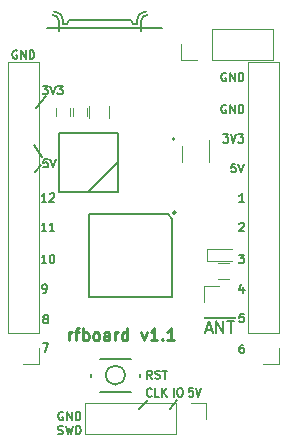
<source format=gbr>
G04 #@! TF.FileFunction,Legend,Top*
%FSLAX46Y46*%
G04 Gerber Fmt 4.6, Leading zero omitted, Abs format (unit mm)*
G04 Created by KiCad (PCBNEW 4.0.7-e2-6376~61~ubuntu18.04.1) date Sun Jul  8 15:07:32 2018*
%MOMM*%
%LPD*%
G01*
G04 APERTURE LIST*
%ADD10C,0.100000*%
%ADD11C,0.150000*%
%ADD12C,0.175000*%
%ADD13C,0.200000*%
%ADD14C,0.250000*%
%ADD15C,0.127000*%
%ADD16C,0.203200*%
%ADD17C,0.120000*%
G04 APERTURE END LIST*
D10*
D11*
X118416667Y-157516667D02*
X118183333Y-157183333D01*
X118016667Y-157516667D02*
X118016667Y-156816667D01*
X118283333Y-156816667D01*
X118350000Y-156850000D01*
X118383333Y-156883333D01*
X118416667Y-156950000D01*
X118416667Y-157050000D01*
X118383333Y-157116667D01*
X118350000Y-157150000D01*
X118283333Y-157183333D01*
X118016667Y-157183333D01*
X118683333Y-157483333D02*
X118783333Y-157516667D01*
X118950000Y-157516667D01*
X119016667Y-157483333D01*
X119050000Y-157450000D01*
X119083333Y-157383333D01*
X119083333Y-157316667D01*
X119050000Y-157250000D01*
X119016667Y-157216667D01*
X118950000Y-157183333D01*
X118816667Y-157150000D01*
X118750000Y-157116667D01*
X118716667Y-157083333D01*
X118683333Y-157016667D01*
X118683333Y-156950000D01*
X118716667Y-156883333D01*
X118750000Y-156850000D01*
X118816667Y-156816667D01*
X118983333Y-156816667D01*
X119083333Y-156850000D01*
X119283334Y-156816667D02*
X119683334Y-156816667D01*
X119483334Y-157516667D02*
X119483334Y-156816667D01*
D12*
X109466666Y-142516667D02*
X109066666Y-142516667D01*
X109266666Y-142516667D02*
X109266666Y-141816667D01*
X109200000Y-141916667D01*
X109133333Y-141983333D01*
X109066666Y-142016667D01*
X109733333Y-141883333D02*
X109766667Y-141850000D01*
X109833333Y-141816667D01*
X110000000Y-141816667D01*
X110066667Y-141850000D01*
X110100000Y-141883333D01*
X110133333Y-141950000D01*
X110133333Y-142016667D01*
X110100000Y-142116667D01*
X109700000Y-142516667D01*
X110133333Y-142516667D01*
X109466666Y-145016667D02*
X109066666Y-145016667D01*
X109266666Y-145016667D02*
X109266666Y-144316667D01*
X109200000Y-144416667D01*
X109133333Y-144483333D01*
X109066666Y-144516667D01*
X110133333Y-145016667D02*
X109733333Y-145016667D01*
X109933333Y-145016667D02*
X109933333Y-144316667D01*
X109866667Y-144416667D01*
X109800000Y-144483333D01*
X109733333Y-144516667D01*
X109466666Y-147716667D02*
X109066666Y-147716667D01*
X109266666Y-147716667D02*
X109266666Y-147016667D01*
X109200000Y-147116667D01*
X109133333Y-147183333D01*
X109066666Y-147216667D01*
X109900000Y-147016667D02*
X109966667Y-147016667D01*
X110033333Y-147050000D01*
X110066667Y-147083333D01*
X110100000Y-147150000D01*
X110133333Y-147283333D01*
X110133333Y-147450000D01*
X110100000Y-147583333D01*
X110066667Y-147650000D01*
X110033333Y-147683333D01*
X109966667Y-147716667D01*
X109900000Y-147716667D01*
X109833333Y-147683333D01*
X109800000Y-147650000D01*
X109766667Y-147583333D01*
X109733333Y-147450000D01*
X109733333Y-147283333D01*
X109766667Y-147150000D01*
X109800000Y-147083333D01*
X109833333Y-147050000D01*
X109900000Y-147016667D01*
X109166667Y-150216667D02*
X109300000Y-150216667D01*
X109366667Y-150183333D01*
X109400000Y-150150000D01*
X109466667Y-150050000D01*
X109500000Y-149916667D01*
X109500000Y-149650000D01*
X109466667Y-149583333D01*
X109433334Y-149550000D01*
X109366667Y-149516667D01*
X109233334Y-149516667D01*
X109166667Y-149550000D01*
X109133334Y-149583333D01*
X109100000Y-149650000D01*
X109100000Y-149816667D01*
X109133334Y-149883333D01*
X109166667Y-149916667D01*
X109233334Y-149950000D01*
X109366667Y-149950000D01*
X109433334Y-149916667D01*
X109466667Y-149883333D01*
X109500000Y-149816667D01*
X109333334Y-152416667D02*
X109266667Y-152383333D01*
X109233334Y-152350000D01*
X109200000Y-152283333D01*
X109200000Y-152250000D01*
X109233334Y-152183333D01*
X109266667Y-152150000D01*
X109333334Y-152116667D01*
X109466667Y-152116667D01*
X109533334Y-152150000D01*
X109566667Y-152183333D01*
X109600000Y-152250000D01*
X109600000Y-152283333D01*
X109566667Y-152350000D01*
X109533334Y-152383333D01*
X109466667Y-152416667D01*
X109333334Y-152416667D01*
X109266667Y-152450000D01*
X109233334Y-152483333D01*
X109200000Y-152550000D01*
X109200000Y-152683333D01*
X109233334Y-152750000D01*
X109266667Y-152783333D01*
X109333334Y-152816667D01*
X109466667Y-152816667D01*
X109533334Y-152783333D01*
X109566667Y-152750000D01*
X109600000Y-152683333D01*
X109600000Y-152550000D01*
X109566667Y-152483333D01*
X109533334Y-152450000D01*
X109466667Y-152416667D01*
X109166667Y-154516667D02*
X109633334Y-154516667D01*
X109333334Y-155216667D01*
D13*
X109000000Y-139400000D02*
X108500000Y-140000000D01*
X108400000Y-137700000D02*
X109100000Y-138700000D01*
X109400000Y-133600000D02*
X108600000Y-134600000D01*
D11*
X124666667Y-134350000D02*
X124600001Y-134316667D01*
X124500001Y-134316667D01*
X124400001Y-134350000D01*
X124333334Y-134416667D01*
X124300001Y-134483333D01*
X124266667Y-134616667D01*
X124266667Y-134716667D01*
X124300001Y-134850000D01*
X124333334Y-134916667D01*
X124400001Y-134983333D01*
X124500001Y-135016667D01*
X124566667Y-135016667D01*
X124666667Y-134983333D01*
X124700001Y-134950000D01*
X124700001Y-134716667D01*
X124566667Y-134716667D01*
X125000001Y-135016667D02*
X125000001Y-134316667D01*
X125400001Y-135016667D01*
X125400001Y-134316667D01*
X125733334Y-135016667D02*
X125733334Y-134316667D01*
X125900000Y-134316667D01*
X126000000Y-134350000D01*
X126066667Y-134416667D01*
X126100000Y-134483333D01*
X126133334Y-134616667D01*
X126133334Y-134716667D01*
X126100000Y-134850000D01*
X126066667Y-134916667D01*
X126000000Y-134983333D01*
X125900000Y-135016667D01*
X125733334Y-135016667D01*
D13*
X119900000Y-160100000D02*
X120500000Y-159300000D01*
X117300000Y-160100000D02*
X118100000Y-159300000D01*
D14*
X111371428Y-154252381D02*
X111371428Y-153585714D01*
X111371428Y-153776190D02*
X111419047Y-153680952D01*
X111466666Y-153633333D01*
X111561904Y-153585714D01*
X111657143Y-153585714D01*
X111847619Y-153585714D02*
X112228571Y-153585714D01*
X111990476Y-154252381D02*
X111990476Y-153395238D01*
X112038095Y-153300000D01*
X112133333Y-153252381D01*
X112228571Y-153252381D01*
X112561905Y-154252381D02*
X112561905Y-153252381D01*
X112561905Y-153633333D02*
X112657143Y-153585714D01*
X112847620Y-153585714D01*
X112942858Y-153633333D01*
X112990477Y-153680952D01*
X113038096Y-153776190D01*
X113038096Y-154061905D01*
X112990477Y-154157143D01*
X112942858Y-154204762D01*
X112847620Y-154252381D01*
X112657143Y-154252381D01*
X112561905Y-154204762D01*
X113609524Y-154252381D02*
X113514286Y-154204762D01*
X113466667Y-154157143D01*
X113419048Y-154061905D01*
X113419048Y-153776190D01*
X113466667Y-153680952D01*
X113514286Y-153633333D01*
X113609524Y-153585714D01*
X113752382Y-153585714D01*
X113847620Y-153633333D01*
X113895239Y-153680952D01*
X113942858Y-153776190D01*
X113942858Y-154061905D01*
X113895239Y-154157143D01*
X113847620Y-154204762D01*
X113752382Y-154252381D01*
X113609524Y-154252381D01*
X114800001Y-154252381D02*
X114800001Y-153728571D01*
X114752382Y-153633333D01*
X114657144Y-153585714D01*
X114466667Y-153585714D01*
X114371429Y-153633333D01*
X114800001Y-154204762D02*
X114704763Y-154252381D01*
X114466667Y-154252381D01*
X114371429Y-154204762D01*
X114323810Y-154109524D01*
X114323810Y-154014286D01*
X114371429Y-153919048D01*
X114466667Y-153871429D01*
X114704763Y-153871429D01*
X114800001Y-153823810D01*
X115276191Y-154252381D02*
X115276191Y-153585714D01*
X115276191Y-153776190D02*
X115323810Y-153680952D01*
X115371429Y-153633333D01*
X115466667Y-153585714D01*
X115561906Y-153585714D01*
X116323811Y-154252381D02*
X116323811Y-153252381D01*
X116323811Y-154204762D02*
X116228573Y-154252381D01*
X116038096Y-154252381D01*
X115942858Y-154204762D01*
X115895239Y-154157143D01*
X115847620Y-154061905D01*
X115847620Y-153776190D01*
X115895239Y-153680952D01*
X115942858Y-153633333D01*
X116038096Y-153585714D01*
X116228573Y-153585714D01*
X116323811Y-153633333D01*
X117466668Y-153585714D02*
X117704763Y-154252381D01*
X117942859Y-153585714D01*
X118847621Y-154252381D02*
X118276192Y-154252381D01*
X118561906Y-154252381D02*
X118561906Y-153252381D01*
X118466668Y-153395238D01*
X118371430Y-153490476D01*
X118276192Y-153538095D01*
X119276192Y-154157143D02*
X119323811Y-154204762D01*
X119276192Y-154252381D01*
X119228573Y-154204762D01*
X119276192Y-154157143D01*
X119276192Y-154252381D01*
X120276192Y-154252381D02*
X119704763Y-154252381D01*
X119990477Y-154252381D02*
X119990477Y-153252381D01*
X119895239Y-153395238D01*
X119800001Y-153490476D01*
X119704763Y-153538095D01*
D11*
X126133334Y-154616667D02*
X126000000Y-154616667D01*
X125933334Y-154650000D01*
X125900000Y-154683333D01*
X125833334Y-154783333D01*
X125800000Y-154916667D01*
X125800000Y-155183333D01*
X125833334Y-155250000D01*
X125866667Y-155283333D01*
X125933334Y-155316667D01*
X126066667Y-155316667D01*
X126133334Y-155283333D01*
X126166667Y-155250000D01*
X126200000Y-155183333D01*
X126200000Y-155016667D01*
X126166667Y-154950000D01*
X126133334Y-154916667D01*
X126066667Y-154883333D01*
X125933334Y-154883333D01*
X125866667Y-154916667D01*
X125833334Y-154950000D01*
X125800000Y-155016667D01*
X126166667Y-152016667D02*
X125833334Y-152016667D01*
X125800000Y-152350000D01*
X125833334Y-152316667D01*
X125900000Y-152283333D01*
X126066667Y-152283333D01*
X126133334Y-152316667D01*
X126166667Y-152350000D01*
X126200000Y-152416667D01*
X126200000Y-152583333D01*
X126166667Y-152650000D01*
X126133334Y-152683333D01*
X126066667Y-152716667D01*
X125900000Y-152716667D01*
X125833334Y-152683333D01*
X125800000Y-152650000D01*
X126133334Y-149750000D02*
X126133334Y-150216667D01*
X125966667Y-149483333D02*
X125800000Y-149983333D01*
X126233334Y-149983333D01*
X125766667Y-147016667D02*
X126200000Y-147016667D01*
X125966667Y-147283333D01*
X126066667Y-147283333D01*
X126133334Y-147316667D01*
X126166667Y-147350000D01*
X126200000Y-147416667D01*
X126200000Y-147583333D01*
X126166667Y-147650000D01*
X126133334Y-147683333D01*
X126066667Y-147716667D01*
X125866667Y-147716667D01*
X125800000Y-147683333D01*
X125766667Y-147650000D01*
X125800000Y-144383333D02*
X125833334Y-144350000D01*
X125900000Y-144316667D01*
X126066667Y-144316667D01*
X126133334Y-144350000D01*
X126166667Y-144383333D01*
X126200000Y-144450000D01*
X126200000Y-144516667D01*
X126166667Y-144616667D01*
X125766667Y-145016667D01*
X126200000Y-145016667D01*
X126200000Y-142516667D02*
X125800000Y-142516667D01*
X126000000Y-142516667D02*
X126000000Y-141816667D01*
X125933334Y-141916667D01*
X125866667Y-141983333D01*
X125800000Y-142016667D01*
D12*
X110450000Y-162183333D02*
X110550000Y-162216667D01*
X110716667Y-162216667D01*
X110783334Y-162183333D01*
X110816667Y-162150000D01*
X110850000Y-162083333D01*
X110850000Y-162016667D01*
X110816667Y-161950000D01*
X110783334Y-161916667D01*
X110716667Y-161883333D01*
X110583334Y-161850000D01*
X110516667Y-161816667D01*
X110483334Y-161783333D01*
X110450000Y-161716667D01*
X110450000Y-161650000D01*
X110483334Y-161583333D01*
X110516667Y-161550000D01*
X110583334Y-161516667D01*
X110750000Y-161516667D01*
X110850000Y-161550000D01*
X111083334Y-161516667D02*
X111250001Y-162216667D01*
X111383334Y-161716667D01*
X111516667Y-162216667D01*
X111683334Y-161516667D01*
X111950001Y-162216667D02*
X111950001Y-161516667D01*
X112116667Y-161516667D01*
X112216667Y-161550000D01*
X112283334Y-161616667D01*
X112316667Y-161683333D01*
X112350001Y-161816667D01*
X112350001Y-161916667D01*
X112316667Y-162050000D01*
X112283334Y-162116667D01*
X112216667Y-162183333D01*
X112116667Y-162216667D01*
X111950001Y-162216667D01*
D11*
X121866667Y-158316667D02*
X121533334Y-158316667D01*
X121500000Y-158650000D01*
X121533334Y-158616667D01*
X121600000Y-158583333D01*
X121766667Y-158583333D01*
X121833334Y-158616667D01*
X121866667Y-158650000D01*
X121900000Y-158716667D01*
X121900000Y-158883333D01*
X121866667Y-158950000D01*
X121833334Y-158983333D01*
X121766667Y-159016667D01*
X121600000Y-159016667D01*
X121533334Y-158983333D01*
X121500000Y-158950000D01*
X122100001Y-158316667D02*
X122333334Y-159016667D01*
X122566667Y-158316667D01*
X120233334Y-159016667D02*
X120233334Y-158316667D01*
X120700000Y-158316667D02*
X120833333Y-158316667D01*
X120900000Y-158350000D01*
X120966667Y-158416667D01*
X121000000Y-158550000D01*
X121000000Y-158783333D01*
X120966667Y-158916667D01*
X120900000Y-158983333D01*
X120833333Y-159016667D01*
X120700000Y-159016667D01*
X120633333Y-158983333D01*
X120566667Y-158916667D01*
X120533333Y-158783333D01*
X120533333Y-158550000D01*
X120566667Y-158416667D01*
X120633333Y-158350000D01*
X120700000Y-158316667D01*
X118383334Y-158950000D02*
X118350000Y-158983333D01*
X118250000Y-159016667D01*
X118183334Y-159016667D01*
X118083334Y-158983333D01*
X118016667Y-158916667D01*
X117983334Y-158850000D01*
X117950000Y-158716667D01*
X117950000Y-158616667D01*
X117983334Y-158483333D01*
X118016667Y-158416667D01*
X118083334Y-158350000D01*
X118183334Y-158316667D01*
X118250000Y-158316667D01*
X118350000Y-158350000D01*
X118383334Y-158383333D01*
X119016667Y-159016667D02*
X118683334Y-159016667D01*
X118683334Y-158316667D01*
X119250001Y-159016667D02*
X119250001Y-158316667D01*
X119650001Y-159016667D02*
X119350001Y-158616667D01*
X119650001Y-158316667D02*
X119250001Y-158716667D01*
X110866667Y-160350000D02*
X110800001Y-160316667D01*
X110700001Y-160316667D01*
X110600001Y-160350000D01*
X110533334Y-160416667D01*
X110500001Y-160483333D01*
X110466667Y-160616667D01*
X110466667Y-160716667D01*
X110500001Y-160850000D01*
X110533334Y-160916667D01*
X110600001Y-160983333D01*
X110700001Y-161016667D01*
X110766667Y-161016667D01*
X110866667Y-160983333D01*
X110900001Y-160950000D01*
X110900001Y-160716667D01*
X110766667Y-160716667D01*
X111200001Y-161016667D02*
X111200001Y-160316667D01*
X111600001Y-161016667D01*
X111600001Y-160316667D01*
X111933334Y-161016667D02*
X111933334Y-160316667D01*
X112100000Y-160316667D01*
X112200000Y-160350000D01*
X112266667Y-160416667D01*
X112300000Y-160483333D01*
X112333334Y-160616667D01*
X112333334Y-160716667D01*
X112300000Y-160850000D01*
X112266667Y-160916667D01*
X112200000Y-160983333D01*
X112100000Y-161016667D01*
X111933334Y-161016667D01*
D13*
X122957143Y-153366667D02*
X123433334Y-153366667D01*
X122861905Y-153652381D02*
X123195238Y-152652381D01*
X123528572Y-153652381D01*
X123861905Y-153652381D02*
X123861905Y-152652381D01*
X124433334Y-153652381D01*
X124433334Y-152652381D01*
X124766667Y-152652381D02*
X125338096Y-152652381D01*
X125052381Y-153652381D02*
X125052381Y-152652381D01*
D11*
X109566667Y-138916667D02*
X109233334Y-138916667D01*
X109200000Y-139250000D01*
X109233334Y-139216667D01*
X109300000Y-139183333D01*
X109466667Y-139183333D01*
X109533334Y-139216667D01*
X109566667Y-139250000D01*
X109600000Y-139316667D01*
X109600000Y-139483333D01*
X109566667Y-139550000D01*
X109533334Y-139583333D01*
X109466667Y-139616667D01*
X109300000Y-139616667D01*
X109233334Y-139583333D01*
X109200000Y-139550000D01*
X109800001Y-138916667D02*
X110033334Y-139616667D01*
X110266667Y-138916667D01*
X109133333Y-132716667D02*
X109566666Y-132716667D01*
X109333333Y-132983333D01*
X109433333Y-132983333D01*
X109500000Y-133016667D01*
X109533333Y-133050000D01*
X109566666Y-133116667D01*
X109566666Y-133283333D01*
X109533333Y-133350000D01*
X109500000Y-133383333D01*
X109433333Y-133416667D01*
X109233333Y-133416667D01*
X109166666Y-133383333D01*
X109133333Y-133350000D01*
X109766667Y-132716667D02*
X110000000Y-133416667D01*
X110233333Y-132716667D01*
X110400000Y-132716667D02*
X110833333Y-132716667D01*
X110600000Y-132983333D01*
X110700000Y-132983333D01*
X110766667Y-133016667D01*
X110800000Y-133050000D01*
X110833333Y-133116667D01*
X110833333Y-133283333D01*
X110800000Y-133350000D01*
X110766667Y-133383333D01*
X110700000Y-133416667D01*
X110500000Y-133416667D01*
X110433333Y-133383333D01*
X110400000Y-133350000D01*
X106966667Y-129750000D02*
X106900001Y-129716667D01*
X106800001Y-129716667D01*
X106700001Y-129750000D01*
X106633334Y-129816667D01*
X106600001Y-129883333D01*
X106566667Y-130016667D01*
X106566667Y-130116667D01*
X106600001Y-130250000D01*
X106633334Y-130316667D01*
X106700001Y-130383333D01*
X106800001Y-130416667D01*
X106866667Y-130416667D01*
X106966667Y-130383333D01*
X107000001Y-130350000D01*
X107000001Y-130116667D01*
X106866667Y-130116667D01*
X107300001Y-130416667D02*
X107300001Y-129716667D01*
X107700001Y-130416667D01*
X107700001Y-129716667D01*
X108033334Y-130416667D02*
X108033334Y-129716667D01*
X108200000Y-129716667D01*
X108300000Y-129750000D01*
X108366667Y-129816667D01*
X108400000Y-129883333D01*
X108433334Y-130016667D01*
X108433334Y-130116667D01*
X108400000Y-130250000D01*
X108366667Y-130316667D01*
X108300000Y-130383333D01*
X108200000Y-130416667D01*
X108033334Y-130416667D01*
X125466667Y-139316667D02*
X125133334Y-139316667D01*
X125100000Y-139650000D01*
X125133334Y-139616667D01*
X125200000Y-139583333D01*
X125366667Y-139583333D01*
X125433334Y-139616667D01*
X125466667Y-139650000D01*
X125500000Y-139716667D01*
X125500000Y-139883333D01*
X125466667Y-139950000D01*
X125433334Y-139983333D01*
X125366667Y-140016667D01*
X125200000Y-140016667D01*
X125133334Y-139983333D01*
X125100000Y-139950000D01*
X125700001Y-139316667D02*
X125933334Y-140016667D01*
X126166667Y-139316667D01*
X124433333Y-136816667D02*
X124866666Y-136816667D01*
X124633333Y-137083333D01*
X124733333Y-137083333D01*
X124800000Y-137116667D01*
X124833333Y-137150000D01*
X124866666Y-137216667D01*
X124866666Y-137383333D01*
X124833333Y-137450000D01*
X124800000Y-137483333D01*
X124733333Y-137516667D01*
X124533333Y-137516667D01*
X124466666Y-137483333D01*
X124433333Y-137450000D01*
X125066667Y-136816667D02*
X125300000Y-137516667D01*
X125533333Y-136816667D01*
X125700000Y-136816667D02*
X126133333Y-136816667D01*
X125900000Y-137083333D01*
X126000000Y-137083333D01*
X126066667Y-137116667D01*
X126100000Y-137150000D01*
X126133333Y-137216667D01*
X126133333Y-137383333D01*
X126100000Y-137450000D01*
X126066667Y-137483333D01*
X126000000Y-137516667D01*
X125800000Y-137516667D01*
X125733333Y-137483333D01*
X125700000Y-137450000D01*
X124666667Y-131650000D02*
X124600001Y-131616667D01*
X124500001Y-131616667D01*
X124400001Y-131650000D01*
X124333334Y-131716667D01*
X124300001Y-131783333D01*
X124266667Y-131916667D01*
X124266667Y-132016667D01*
X124300001Y-132150000D01*
X124333334Y-132216667D01*
X124400001Y-132283333D01*
X124500001Y-132316667D01*
X124566667Y-132316667D01*
X124666667Y-132283333D01*
X124700001Y-132250000D01*
X124700001Y-132016667D01*
X124566667Y-132016667D01*
X125000001Y-132316667D02*
X125000001Y-131616667D01*
X125400001Y-132316667D01*
X125400001Y-131616667D01*
X125733334Y-132316667D02*
X125733334Y-131616667D01*
X125900000Y-131616667D01*
X126000000Y-131650000D01*
X126066667Y-131716667D01*
X126100000Y-131783333D01*
X126133334Y-131916667D01*
X126133334Y-132016667D01*
X126100000Y-132150000D01*
X126066667Y-132216667D01*
X126000000Y-132283333D01*
X125900000Y-132316667D01*
X125733334Y-132316667D01*
D15*
X110500640Y-136698300D02*
X110500640Y-141697020D01*
X110500640Y-141697020D02*
X115499360Y-141697020D01*
X115499360Y-141697020D02*
X115499360Y-136698300D01*
X115499360Y-136698300D02*
X110500640Y-136698300D01*
D16*
X115500000Y-139197660D02*
X113000000Y-141697660D01*
D17*
X123100000Y-146500000D02*
X123100000Y-147500000D01*
X123100000Y-147500000D02*
X125200000Y-147500000D01*
X123100000Y-146500000D02*
X125200000Y-146500000D01*
D15*
X117500000Y-128050000D02*
X117500000Y-127200000D01*
X117500000Y-127200000D02*
X117500000Y-127150000D01*
X110500000Y-128050000D02*
X110500000Y-127150000D01*
X119250000Y-127850000D02*
X109500000Y-127850000D01*
X117500000Y-127200000D02*
G75*
G02X118000000Y-126700000I500000J0D01*
G01*
X117900000Y-126400000D02*
G75*
G03X117100000Y-127200000I0J-800000D01*
G01*
X117100000Y-127200000D02*
X117100000Y-127500000D01*
X117100000Y-127500000D02*
X116800000Y-127500000D01*
X116800000Y-127500000D02*
G75*
G03X116400000Y-127100000I-400000J0D01*
G01*
X110500000Y-128050000D02*
X110500000Y-127200000D01*
X110500000Y-127200000D02*
X110500000Y-127150000D01*
X110500000Y-127200000D02*
G75*
G03X110000000Y-126700000I-500000J0D01*
G01*
X110100000Y-126400000D02*
G75*
G02X110900000Y-127200000I0J-800000D01*
G01*
X110900000Y-127200000D02*
X110900000Y-127500000D01*
X110900000Y-127500000D02*
X111200000Y-127500000D01*
X111200000Y-127500000D02*
G75*
G02X111600000Y-127100000I400000J0D01*
G01*
X116400000Y-127100000D02*
X111700000Y-127100000D01*
D16*
X120103880Y-150603880D02*
X113098560Y-150603880D01*
X113098560Y-150603880D02*
X113098560Y-143598560D01*
X113098560Y-143598560D02*
X119750820Y-143598560D01*
X120103880Y-143951620D02*
X120103880Y-150603880D01*
X120103880Y-143951620D02*
X119750820Y-143598560D01*
X120436620Y-143443620D02*
G75*
G03X120436620Y-143443620I-152400J0D01*
G01*
D10*
X120330000Y-137200000D02*
G75*
G03X120330000Y-137200000I-130000J0D01*
G01*
D17*
X111500000Y-134550000D02*
X111500000Y-135250000D01*
X110300000Y-135250000D02*
X110300000Y-134550000D01*
X112900000Y-134550000D02*
X112900000Y-135250000D01*
X111700000Y-135250000D02*
X111700000Y-134550000D01*
X113050000Y-134400000D02*
X113050000Y-135400000D01*
X114750000Y-135400000D02*
X114750000Y-134400000D01*
X108830000Y-130710000D02*
X106170000Y-130710000D01*
X108830000Y-153630000D02*
X108830000Y-130710000D01*
X106170000Y-153630000D02*
X106170000Y-130710000D01*
X108830000Y-153630000D02*
X106170000Y-153630000D01*
X108830000Y-154900000D02*
X108830000Y-156230000D01*
X108830000Y-156230000D02*
X107500000Y-156230000D01*
X129150000Y-130710000D02*
X126490000Y-130710000D01*
X129150000Y-153630000D02*
X129150000Y-130710000D01*
X126490000Y-153630000D02*
X126490000Y-130710000D01*
X129150000Y-153630000D02*
X126490000Y-153630000D01*
X129150000Y-154900000D02*
X129150000Y-156230000D01*
X129150000Y-156230000D02*
X127820000Y-156230000D01*
X128630000Y-130530000D02*
X128630000Y-127870000D01*
X123490000Y-130530000D02*
X128630000Y-130530000D01*
X123490000Y-127870000D02*
X128630000Y-127870000D01*
X123490000Y-130530000D02*
X123490000Y-127870000D01*
X122220000Y-130530000D02*
X120890000Y-130530000D01*
X120890000Y-130530000D02*
X120890000Y-129200000D01*
X112730000Y-159570000D02*
X112730000Y-162230000D01*
X120410000Y-159570000D02*
X112730000Y-159570000D01*
X120410000Y-162230000D02*
X112730000Y-162230000D01*
X120410000Y-159570000D02*
X120410000Y-162230000D01*
X121680000Y-159570000D02*
X123010000Y-159570000D01*
X123010000Y-159570000D02*
X123010000Y-160900000D01*
X122770000Y-152330000D02*
X125430000Y-152330000D01*
X122770000Y-152270000D02*
X122770000Y-152330000D01*
X125430000Y-152270000D02*
X125430000Y-152330000D01*
X122770000Y-152270000D02*
X125430000Y-152270000D01*
X122770000Y-151000000D02*
X122770000Y-149670000D01*
X122770000Y-149670000D02*
X124100000Y-149670000D01*
X123950000Y-147720000D02*
X124950000Y-147720000D01*
X124950000Y-149080000D02*
X123950000Y-149080000D01*
X123260000Y-139200000D02*
X123260000Y-137300000D01*
X120940000Y-137800000D02*
X120940000Y-139200000D01*
D16*
X116636040Y-158599540D02*
X113963960Y-158599540D01*
X113963960Y-155800460D02*
X116636040Y-155800460D01*
X113201960Y-157070460D02*
X113201960Y-157329540D01*
X117398040Y-157329540D02*
X117398040Y-157070460D01*
D15*
X116102640Y-157200000D02*
G75*
G03X116102640Y-157200000I-802640J0D01*
G01*
M02*

</source>
